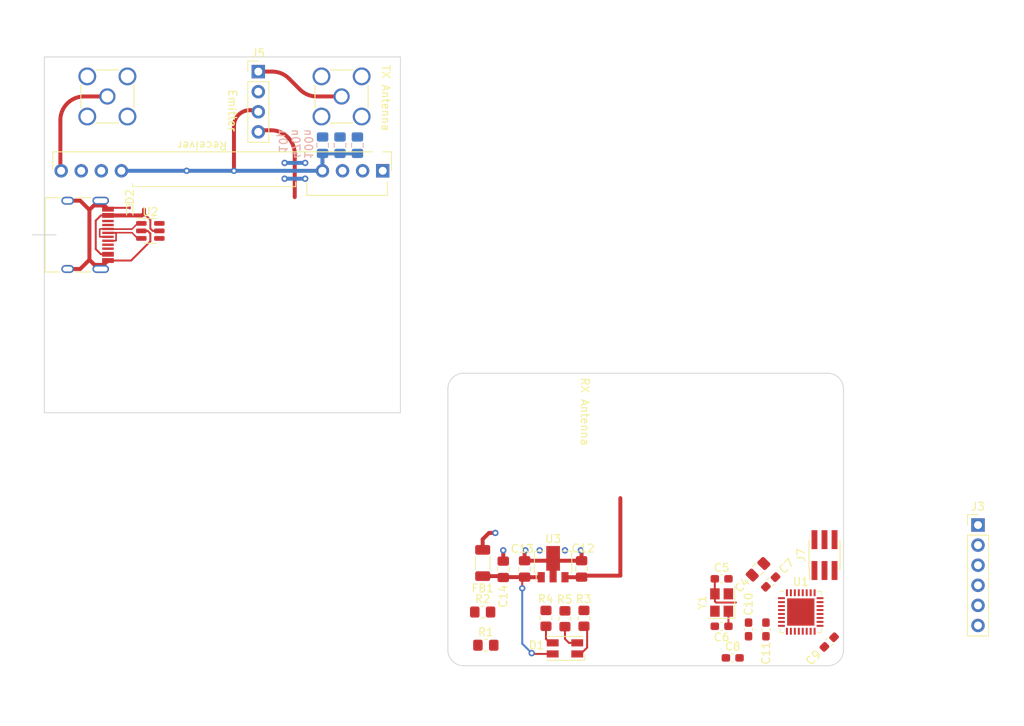
<source format=kicad_pcb>
(kicad_pcb (version 20211014) (generator pcbnew)
  (title_block (comment 4 "AISLER Project ID: LLYPCLWN"))
  (layers (0 "F.Cu" signal) (31 "B.Cu" signal) (34 "B.Paste" user) (35 "F.Paste" user) (36 "B.SilkS" user "B.Silkscreen") (37 "F.SilkS" user "F.Silkscreen") (38 "B.Mask" user) (39 "F.Mask" user) (44 "Edge.Cuts" user))
  (net 0 "")
  (net 1 "GND")
  (net 2 "+5V")
  (net 3 "+3.3V")
  (net 4 "/Rx_DER")
  (net 5 "/antenne")
  (net 6 "/Rx_DATA")
  (net 7 "/Tx_DATA")
  (net 8 "Net-(D1-Pad2)")
  (net 9 "+3.3VA")
  (net 20 "/USB_D-")
  (net 21 "/USB_D+")
  (net 22 "Net-(D1-Pad3)")
  (net 23 "Net-(D1-Pad4)")
  (net 27 "/SWDIO")
  (net 28 "/SWCLK")
  (net 29 "/USB & Power Supply/USB_C_D-")
  (net 30 "/USB & Power Supply/USB_C_D+")
  (net 31 "Net-(J6-PadB5)")
  (net 33 "Net-(J6-PadA5)")
  (net 35 "Net-(C5-Pad2)")
  (net 36 "Net-(C6-Pad2)")
  (net 37 "/~{RST}")
  (net 38 "Net-(J1-Pad1)")
  (net 39 "/BOOT0")
  (net 40 "Net-(R4-Pad2)")
  (net 41 "Net-(R5-Pad2)")
  (net 43 "/SWO")
  (footprint "Resistor_SMD:R_0805_2012Metric_Pad1.20x1.40mm_HandSolder" (layer "F.Cu") (at 108.4 96 90)
    (fp_text reference "R4" (at 2.45 -0.05) (layer "F.SilkS"))
    (fp_text value "30")
    (fp_line (start -0.227064 0.735) (end 0.227064 0.735) (layer "F.SilkS") (width 0.12))
    (fp_line (start -0.227064 -0.735) (end 0.227064 -0.735) (layer "F.SilkS") (width 0.12))
    (pad "1" smd roundrect locked (at -1 0 90) (size 1.2 1.4) (layers "F.Cu" "F.Paste" "F.Mask") (roundrect_rratio 0.2083333333) (net 8 "Net-(D1-Pad2)"))
    (pad "2" smd roundrect locked (at 1 0 90) (size 1.2 1.4) (layers "F.Cu" "F.Paste" "F.Mask") (roundrect_rratio 0.2083333333) (net 40 "Net-(R4-Pad2)"))
  )
  (footprint "Capacitor_SMD:C_0603_1608Metric_Pad1.08x0.95mm_HandSolder" (layer "F.Cu") (at 130.6 91 180)
    (fp_text reference "C5" (at 0 1.4) (layer "F.SilkS"))
    (fp_text value "10p")
    (fp_line (start -0.146267 -0.51) (end 0.146267 -0.51) (layer "F.SilkS") (width 0.12))
    (fp_line (start -0.146267 0.51) (end 0.146267 0.51) (layer "F.SilkS") (width 0.12))
    (pad "1" smd roundrect locked (at -0.8625 0 180) (size 1.075 0.95) (layers "F.Cu" "F.Paste" "F.Mask") (net 1 "GND"))
    (pad "2" smd roundrect locked (at 0.8625 0 180) (size 1.075 0.95) (layers "F.Cu" "F.Paste" "F.Mask") (net 35 "Net-(C5-Pad2)"))
  )
  (footprint "Connector_PinHeader_2.54mm:PinHeader_1x04_P2.54mm_Vertical" (layer "F.Cu") (at 72.043679 26.855)
    (fp_text reference "J5" (at 0 -2.33) (layer "F.SilkS"))
    (fp_text value "Tx")
    (fp_line (start -1.33 8.95) (end 1.33 8.95) (layer "F.SilkS") (width 0.12))
    (fp_line (start 1.33 1.27) (end 1.33 8.95) (layer "F.SilkS") (width 0.12))
    (fp_line (start -1.33 -1.33) (end 0 -1.33) (layer "F.SilkS") (width 0.12))
    (fp_line (start -1.33 0) (end -1.33 -1.33) (layer "F.SilkS") (width 0.12))
    (fp_line (start -1.33 1.27) (end -1.33 8.95) (layer "F.SilkS") (width 0.12))
    (fp_line (start -1.33 1.27) (end 1.33 1.27) (layer "F.SilkS") (width 0.12))
    (pad "1" thru_hole rect locked (at 0 0) (size 1.7 1.7) (drill 1) (layers *.Cu *.Mask) (net 38 "Net-(J1-Pad1)"))
    (pad "2" thru_hole oval locked (at 0 2.54) (size 1.7 1.7) (drill 1) (layers *.Cu *.Mask) (net 1 "GND"))
    (pad "3" thru_hole oval locked (at 0 5.08) (size 1.7 1.7) (drill 1) (layers *.Cu *.Mask) (net 2 "+5V"))
    (pad "4" thru_hole oval locked (at 0 7.62) (size 1.7 1.7) (drill 1) (layers *.Cu *.Mask) (net 7 "/Tx_DATA"))
  )
  (footprint "Capacitor_SMD:C_0603_1608Metric_Pad1.08x0.95mm_HandSolder" (layer "F.Cu") (at 134 97.4 -90)
    (fp_text reference "C10" (at -3.2 0 -90) (layer "F.SilkS"))
    (fp_text value "1u")
    (fp_line (start -0.146267 0.51) (end 0.146267 0.51) (layer "F.SilkS") (width 0.12))
    (fp_line (start -0.146267 -0.51) (end 0.146267 -0.51) (layer "F.SilkS") (width 0.12))
    (pad "1" smd roundrect locked (at -0.8625 0 270) (size 1.075 0.95) (layers "F.Cu" "F.Paste" "F.Mask") (net 9 "+3.3VA"))
    (pad "2" smd roundrect locked (at 0.8625 0 270) (size 1.075 0.95) (layers "F.Cu" "F.Paste" "F.Mask") (net 1 "GND"))
  )
  (footprint "Package_TO_SOT_SMD:SOT-89-3" (layer "F.Cu") (at 109.3 89.15 90)
    (fp_text reference "U3" (at 3.2 0) (layer "F.SilkS"))
    (fp_text value "LD2981ABU33TR")
    (fp_line (start -2.2 -2.13) (end -1.06 -2.13) (layer "F.SilkS") (width 0.12))
    (fp_line (start 1.66 1.05) (end 1.66 2.36) (layer "F.SilkS") (width 0.12))
    (fp_line (start -1.06 2.36) (end -1.06 2.13) (layer "F.SilkS") (width 0.12))
    (fp_line (start -1.06 -2.36) (end 1.66 -2.36) (layer "F.SilkS") (width 0.12))
    (fp_line (start 1.66 -2.36) (end 1.66 -1.05) (layer "F.SilkS") (width 0.12))
    (fp_line (start -1.06 -2.36) (end -1.06 -2.13) (layer "F.SilkS") (width 0.12))
    (fp_line (start 1.66 2.36) (end -1.06 2.36) (layer "F.SilkS") (width 0.12))
    (pad "1" smd rect locked (at -1.65 -1.5 90) (size 1.3 0.9) (layers "F.Cu" "F.Paste" "F.Mask") (net 3 "+3.3V"))
    (pad "2" smd custom locked (at -1.5625 0 90) (size 1.475 0.9) (layers "F.Cu" "F.Paste" "F.Mask") (net 1 "GND") (options (clearance outline) (anchor rect)) (primitives (gr_poly (pts (xy 3.8625 0.8665) (xy 0.7375 0.8665) (xy 0.7375 -0.8665) (xy 3.8625 -0.8665)) (width 0) (fill yes))))
    (pad "3" smd rect locked (at -1.65 1.5 90) (size 1.3 0.9) (layers "F.Cu" "F.Paste" "F.Mask") (net 2 "+5V"))
  )
  (footprint "Capacitor_SMD:C_0805_2012Metric_Pad1.18x1.45mm_HandSolder" (layer "F.Cu") (at 112.9 89.75 90)
    (fp_text reference "C12" (at 2.6 0.2) (layer "F.SilkS"))
    (fp_text value "2u")
    (fp_line (start -0.261252 0.735) (end 0.261252 0.735) (layer "F.SilkS") (width 0.12))
    (fp_line (start -0.261252 -0.735) (end 0.261252 -0.735) (layer "F.SilkS") (width 0.12))
    (pad "1" smd roundrect locked (at -1.0375 0 90) (size 1.175 1.45) (layers "F.Cu" "F.Paste" "F.Mask") (roundrect_rratio 0.2127659574) (net 2 "+5V"))
    (pad "2" smd roundrect locked (at 1.0375 0 90) (size 1.175 1.45) (layers "F.Cu" "F.Paste" "F.Mask") (roundrect_rratio 0.2127659574) (net 1 "GND"))
  )
  (footprint "Capacitor_SMD:C_0603_1608Metric_Pad1.08x0.95mm_HandSolder" (layer "F.Cu") (at 130.6 97)
    (fp_text reference "C6" (at 0 1.4) (layer "F.SilkS"))
    (fp_text value "10p")
    (fp_line (start -0.146267 0.51) (end 0.146267 0.51) (layer "F.SilkS") (width 0.12))
    (fp_line (start -0.146267 -0.51) (end 0.146267 -0.51) (layer "F.SilkS") (width 0.12))
    (pad "1" smd roundrect locked (at -0.8625 0) (size 1.075 0.95) (layers "F.Cu" "F.Paste" "F.Mask") (net 1 "GND"))
    (pad "2" smd roundrect locked (at 0.8625 0) (size 1.075 0.95) (layers "F.Cu" "F.Paste" "F.Mask") (net 36 "Net-(C6-Pad2)"))
  )
  (footprint "Capacitor_SMD:C_0805_2012Metric_Pad1.18x1.45mm_HandSolder" (layer "F.Cu") (at 105.7 89.75 90)
    (fp_text reference "C13" (at 2.55 -0.3 180) (layer "F.SilkS"))
    (fp_text value "3u3")
    (fp_line (start -0.261252 -0.735) (end 0.261252 -0.735) (layer "F.SilkS") (width 0.12))
    (fp_line (start -0.261252 0.735) (end 0.261252 0.735) (layer "F.SilkS") (width 0.12))
    (pad "1" smd roundrect locked (at -1.0375 0 90) (size 1.175 1.45) (layers "F.Cu" "F.Paste" "F.Mask") (roundrect_rratio 0.2127659574) (net 3 "+3.3V"))
    (pad "2" smd roundrect locked (at 1.0375 0 90) (size 1.175 1.45) (layers "F.Cu" "F.Paste" "F.Mask") (roundrect_rratio 0.2127659574) (net 1 "GND"))
  )
  (footprint "Connector_PinHeader_1.27mm:PinHeader_2x03_P1.27mm_Vertical_SMD" (layer "F.Cu") (at 143.6 88 90)
    (fp_text reference "J7" (at 0 -2.965 90) (layer "F.SilkS"))
    (fp_text value "SWD")
    (fp_line (start 1.765 1.9) (end 1.765 1.965) (layer "F.SilkS") (width 0.12))
    (fp_line (start -1.765 1.965) (end 1.765 1.965) (layer "F.SilkS") (width 0.12))
    (fp_line (start -1.765 -1.965) (end 1.765 -1.965) (layer "F.SilkS") (width 0.12))
    (fp_line (start -1.765 1.9) (end -1.765 1.965) (layer "F.SilkS") (width 0.12))
    (fp_line (start -1.765 -1.965) (end -1.765 -1.9) (layer "F.SilkS") (width 0.12))
    (fp_line (start -3.09 -1.9) (end -1.765 -1.9) (layer "F.SilkS") (width 0.12))
    (fp_line (start 1.765 -1.965) (end 1.765 -1.9) (layer "F.SilkS") (width 0.12))
    (pad "1" smd rect (at -1.95 -1.27 90) (size 2.4 0.74) (layers "F.Cu" "F.Paste" "F.Mask") (net 3 "+3.3V"))
    (pad "2" smd rect (at 1.95 -1.27 90) (size 2.4 0.74) (layers "F.Cu" "F.Paste" "F.Mask") (net 27 "/SWDIO"))
    (pad "3" smd rect (at -1.95 0 90) (size 2.4 0.74) (layers "F.Cu" "F.Paste" "F.Mask") (net 37 "/~{RST}"))
    (pad "4" smd rect (at 1.95 0 90) (size 2.4 0.74) (layers "F.Cu" "F.Paste" "F.Mask") (net 28 "/SWCLK"))
    (pad "5" smd rect (at -1.95 1.27 90) (size 2.4 0.74) (layers "F.Cu" "F.Paste" "F.Mask") (net 1 "GND"))
    (pad "6" smd rect (at 1.95 1.27 90) (size 2.4 0.74) (layers "F.Cu" "F.Paste" "F.Mask") (net 43 "/SWO"))
  )
  (footprint "Diode_SMD:D_SOD-923" (layer "F.Cu") (at 55.8 44.5 -90)
    (fp_text reference "D2" (at -1.8 0 90) (layer "F.SilkS"))
    (fp_text value "ESD9X5.0ST5G")
    (fp_line (start 0.5 0.4) (end -0.8 0.4) (layer "F.SilkS") (width 0.12))
    (fp_line (start -0.8 -0.4) (end -0.8 0.4) (layer "F.SilkS") (width 0.12))
    (fp_line (start 0.5 -0.4) (end -0.8 -0.4) (layer "F.SilkS") (width 0.12))
    (pad "1" smd rect locked (at -0.42 0 90) (size 0.36 0.25) (layers "F.Cu" "F.Paste" "F.Mask") (net 1 "GND"))
    (pad "2" smd rect locked (at 0.42 0 90) (size 0.36 0.25) (layers "F.Cu" "F.Paste" "F.Mask") (net 2 "+5V"))
  )
  (footprint "rf_components:RXB6" (layer "F.Cu") (at 87.768679 39.4 -90)
    (fp_text reference "J4" hide)
    (fp_text value "Rx")
    (fp_line (start 3.1 9.6) (end 3.1 -0.6) (layer "F.SilkS") (width 0.12))
    (fp_line (start 2 11) (end 1.4 11) (layer "F.SilkS") (width 0.12))
    (fp_line (start 3.1 -0.6) (end 1.4 -0.6) (layer "F.SilkS") (width 0.12))
    (fp_line (start -2.4 41.7) (end -2.4 1.27) (layer "F.SilkS") (width 0.12))
    (fp_line (start 3.1 9.6) (end 1.4 9.6) (layer "F.SilkS") (width 0.12))
    (fp_line (start -2.4 0) (end -2.4 -1.1) (layer "F.SilkS") (width 0.12))
    (fp_line (start 2 31.6) (end 1.6 31.6) (layer "F.SilkS") (width 0.12))
    (fp_line (start -2.4 41.7) (end -0.2 41.7) (layer "F.SilkS") (width 0.12))
    (fp_line (start -2.4 -1.1) (end 0 -1.1) (layer "F.SilkS") (width 0.12))
    (fp_line (start 2 11) (end 2 31.6) (layer "F.SilkS") (width 0.12))
    (pad "1" thru_hole rect (at 0 0 270) (size 1.7 1.7) (drill 1) (layers *.Cu *.Mask) (net 1 "GND"))
    (pad "2" thru_hole oval (at 0 2.54 270) (size 1.7 1.7) (drill 1) (layers *.Cu *.Mask) (net 6 "/Rx_DATA"))
    (pad "3" thru_hole oval (at 0 5.08 270) (size 1.7 1.7) (drill 1) (layers *.Cu *.Mask) (net 4 "/Rx_DER"))
    (pad "4" thru_hole oval (at 0 7.62 270) (size 1.7 1.7) (drill 1) (layers *.Cu *.Mask) (net 2 "+5V"))
    (pad "5" thru_hole oval (at 0 33.02 270) (size 1.7 1.7) (drill 1) (layers *.Cu *.Mask) (net 2 "+5V"))
    (pad "6" thru_hole oval (at 0 35.56 270) (size 1.7 1.7) (drill 1) (layers *.Cu *.Mask) (net 1 "GND"))
    (pad "7" thru_hole oval (at 0 38.1 270) (size 1.7 1.7) (drill 1) (layers *.Cu *.Mask) (net 1 "GND"))
    (pad "8" thru_hole oval (at 0 40.64 270) (size 1.7 1.7) (drill 1) (layers *.Cu *.Mask) (net 5 "/antenne"))
  )
  (footprint "Capacitor_SMD:C_0603_1608Metric_Pad1.08x0.95mm_HandSolder" (layer "F.Cu") (at 132 101)
    (fp_text reference "C8" (at 0 -1.43) (layer "F.SilkS"))
    (fp_text value "100n")
    (fp_line (start -0.146267 0.51) (end 0.146267 0.51) (layer "F.SilkS") (width 0.12))
    (fp_line (start -0.146267 -0.51) (end 0.146267 -0.51) (layer "F.SilkS") (width 0.12))
    (pad "1" smd roundrect locked (at -0.8625 0) (size 1.075 0.95) (layers "F.Cu" "F.Paste" "F.Mask") (net 1 "GND"))
    (pad "2" smd roundrect locked (at 0.8625 0) (size 1.075 0.95) (layers "F.Cu" "F.Paste" "F.Mask") (net 37 "/~{RST}"))
  )
  (footprint "Capacitor_SMD:C_0603_1608Metric_Pad1.08x0.95mm_HandSolder" (layer "F.Cu") (at 136.2 97.4 -90)
    (fp_text reference "C11" (at 3 0 -90) (layer "F.SilkS"))
    (fp_text value "10n")
    (fp_line (start -0.146267 0.51) (end 0.146267 0.51) (layer "F.SilkS") (width 0.12))
    (fp_line (start -0.146267 -0.51) (end 0.146267 -0.51) (layer "F.SilkS") (width 0.12))
    (pad "1" smd roundrect locked (at -0.8625 0 270) (size 1.075 0.95) (layers "F.Cu" "F.Paste" "F.Mask") (net 9 "+3.3VA"))
    (pad "2" smd roundrect locked (at 0.8625 0 270) (size 1.075 0.95) (layers "F.Cu" "F.Paste" "F.Mask") (net 1 "GND"))
  )
  (footprint "Resistor_SMD:R_0805_2012Metric_Pad1.20x1.40mm_HandSolder" (layer "F.Cu") (at 113.2 96 90)
    (fp_text reference "R3" (at 2.45 -0.05) (layer "F.SilkS"))
    (fp_text value "130")
    (fp_line (start -0.227064 -0.735) (end 0.227064 -0.735) (layer "F.SilkS") (width 0.12))
    (fp_line (start -0.227064 0.735) (end 0.227064 0.735) (layer "F.SilkS") (width 0.12))
    (pad "1" smd roundrect locked (at -1 0 90) (size 1.2 1.4) (layers "F.Cu" "F.Paste" "F.Mask") (roundrect_rratio 0.2083333333) (net 22 "Net-(D1-Pad3)"))
    (pad "2" smd roundrect locked (at 1 0 90) (size 1.2 1.4) (layers "F.Cu" "F.Paste" "F.Mask") (roundrect_rratio 0.2083333333) (net 1 "GND"))
  )
  (footprint "Connector_Coaxial:SMA_Amphenol_901-144_Vertical" (layer "F.Cu") (at 82.568679 30 -90)
    (fp_text reference "J1" hide)
    (fp_text value "TX Antenna")
    (fp_line (start -3.355 -1.45) (end -3.355 1.45) (layer "F.SilkS") (width 0.12))
    (fp_line (start -1.45 -3.355) (end 1.45 -3.355) (layer "F.SilkS") (width 0.12))
    (fp_line (start 3.355 -1.45) (end 3.355 1.45) (layer "F.SilkS") (width 0.12))
    (fp_line (start -1.45 3.355) (end 1.45 3.355) (layer "F.SilkS") (width 0.12))
    (pad "1" thru_hole circle (at 0 0 270) (size 2.05 2.05) (drill 1.5) (layers *.Cu *.Mask) (net 38 "Net-(J1-Pad1)"))
    (pad "2" thru_hole circle (at 2.54 2.54 270) (size 2.25 2.25) (drill 1.7) (layers *.Cu *.Mask) (net 1 "GND"))
    (pad "2" thru_hole circle (at -2.54 -2.54 270) (size 2.25 2.25) (drill 1.7) (layers *.Cu *.Mask) (net 1 "GND"))
    (pad "2" thru_hole circle (at 2.54 -2.54 270) (size 2.25 2.25) (drill 1.7) (layers *.Cu *.Mask) (net 1 "GND"))
    (pad "2" thru_hole circle (at -2.54 2.54 270) (size 2.25 2.25) (drill 1.7) (layers *.Cu *.Mask) (net 1 "GND"))
  )
  (footprint "Capacitor_SMD:C_0603_1608Metric_Pad1.08x0.95mm_HandSolder" (layer "F.Cu") (at 144.2 99 45)
    (fp_text reference "C9" (at -2.828427 0 45) (layer "F.SilkS"))
    (fp_text value "100n")
    (fp_line (start -0.146267 -0.51) (end 0.146267 -0.51) (layer "F.SilkS") (width 0.12))
    (fp_line (start -0.146267 0.51) (end 0.146267 0.51) (layer "F.SilkS") (width 0.12))
    (pad "1" smd roundrect locked (at -0.8625 0 45) (size 1.075 0.95) (layers "F.Cu" "F.Paste" "F.Mask") (net 3 "+3.3V"))
    (pad "2" smd roundrect locked (at 0.8625 0 45) (size 1.075 0.95) (layers "F.Cu" "F.Paste" "F.Mask") (net 1 "GND"))
  )
  (footprint "Resistor_SMD:R_0805_2012Metric_Pad1.20x1.40mm_HandSolder" (layer "F.Cu") (at 110.8 96.05 90)
    (fp_text reference "R5" (at 2.45 -0.05) (layer "F.SilkS"))
    (fp_text value "30")
    (fp_line (start -0.227064 -0.735) (end 0.227064 -0.735) (layer "F.SilkS") (width 0.12))
    (fp_line (start -0.227064 0.735) (end 0.227064 0.735) (layer "F.SilkS") (width 0.12))
    (pad "1" smd roundrect locked (at -1 0 90) (size 1.2 1.4) (layers "F.Cu" "F.Paste" "F.Mask") (roundrect_rratio 0.2083333333) (net 23 "Net-(D1-Pad4)"))
    (pad "2" smd roundrect locked (at 1 0 90) (size 1.2 1.4) (layers "F.Cu" "F.Paste" "F.Mask") (roundrect_rratio 0.2083333333) (net 41 "Net-(R5-Pad2)"))
  )
  (footprint "Resistor_SMD:R_0805_2012Metric_Pad1.20x1.40mm_HandSolder" (layer "F.Cu") (at 100.4 95.2)
    (fp_text reference "R2" (at 0 -1.65) (layer "F.SilkS"))
    (fp_text value "5k1")
    (fp_line (start -0.227064 0.735) (end 0.227064 0.735) (layer "F.SilkS") (width 0.12))
    (fp_line (start -0.227064 -0.735) (end 0.227064 -0.735) (layer "F.SilkS") (width 0.12))
    (pad "1" smd roundrect locked (at -1 0) (size 1.2 1.4) (layers "F.Cu" "F.Paste" "F.Mask") (roundrect_rratio 0.2083333333) (net 1 "GND"))
    (pad "2" smd roundrect locked (at 1 0) (size 1.2 1.4) (layers "F.Cu" "F.Paste" "F.Mask") (roundrect_rratio 0.2083333333) (net 31 "Net-(J6-PadB5)"))
  )
  (footprint "Inductor_SMD:L_1206_3216Metric_Pad1.22x1.90mm_HandSolder" (layer "F.Cu") (at 100.4 89 90)
    (fp_text reference "FB1" (at -3.2 0) (layer "F.SilkS"))
    (fp_text value "120R")
    (fp_line (start -0.835242 -0.91) (end 0.835242 -0.91) (layer "F.SilkS") (width 0.12))
    (fp_line (start -0.835242 0.91) (end 0.835242 0.91) (layer "F.SilkS") (width 0.12))
    (pad "1" smd roundrect locked (at -1.6625 0 90) (size 1.225 1.9) (layers "F.Cu" "F.Paste" "F.Mask") (roundrect_rratio 0.2040816327) (net 3 "+3.3V"))
    (pad "2" smd roundrect locked (at 1.6625 0 90) (size 1.225 1.9) (layers "F.Cu" "F.Paste" "F.Mask") (roundrect_rratio 0.2040816327) (net 9 "+3.3VA"))
  )
  (footprint "Capacitor_SMD:C_0805_2012Metric_Pad1.18x1.45mm_HandSolder" (layer "F.Cu") (at 135.2 89.8 45)
    (fp_text reference "C4" (at -2.828427 0 45) (layer "F.SilkS"))
    (fp_text value "4u7")
    (fp_line (start -0.261252 -0.735) (end 0.261252 -0.735) (layer "F.SilkS") (width 0.12))
    (fp_line (start -0.261252 0.735) (end 0.261252 0.735) (layer "F.SilkS") (width 0.12))
    (pad "1" smd roundrect locked (at -1.0375 0 45) (size 1.175 1.45) (layers "F.Cu" "F.Paste" "F.Mask") (roundrect_rratio 0.2127659574) (net 3 "+3.3V"))
    (pad "2" smd roundrect locked (at 1.0375 0 45) (size 1.175 1.45) (layers "F.Cu" "F.Paste" "F.Mask") (roundrect_rratio 0.2127659574) (net 1 "GND"))
  )
  (footprint "Package_DFN_QFN:QFN-32-1EP_5x5mm_P0.5mm_EP3.45x3.45mm" (layer "F.Cu") (at 140.6 95.2)
    (fp_text reference "U1" (at 0 -3.82) (layer "F.SilkS"))
    (fp_text value "STM32L412KBTx")
    (fp_line (start 2.135 -2.61) (end 2.61 -2.61) (layer "F.SilkS") (width 0.12))
    (fp_line (start 2.61 2.61) (end 2.61 2.135) (layer "F.SilkS") (width 0.12))
    (fp_line (start -2.135 -2.61) (end -2.61 -2.61) (layer "F.SilkS") (width 0.12))
    (fp_line (start 2.61 -2.61) (end 2.61 -2.135) (layer "F.SilkS") (width 0.12))
    (fp_line (start -2.61 2.61) (end -2.61 2.135) (layer "F.SilkS") (width 0.12))
    (fp_line (start -2.135 2.61) (end -2.61 2.61) (layer "F.SilkS") (width 0.12))
    (fp_line (start 2.135 2.61) (end 2.61 2.61) (layer "F.SilkS") (width 0.12))
    (pad "1" smd roundrect locked (at -2.4375 -1.75) (size 0.875 0.25) (layers "F.Cu" "F.Paste" "F.Mask") (net 3 "+3.3V"))
    (pad "2" smd roundrect locked (at -2.4375 -1.25) (size 0.875 0.25) (layers "F.Cu" "F.Paste" "F.Mask") (net 35 "Net-(C5-Pad2)"))
    (pad "3" smd roundrect locked (at -2.4375 -0.75) (size 0.875 0.25) (layers "F.Cu" "F.Paste" "F.Mask") (net 36 "Net-(C6-Pad2)"))
    (pad "4" smd roundrect locked (at -2.4375 -0.25) (size 0.875 0.25) (layers "F.Cu" "F.Paste" "F.Mask") (net 37 "/~{RST}"))
    (pad "5" smd roundrect locked (at -2.4375 0.25) (size 0.875 0.25) (layers "F.Cu" "F.Paste" "F.Mask") (net 9 "+3.3VA"))
    (pad "6" smd roundrect locked (at -2.4375 0.75) (size 0.875 0.25) (layers "F.Cu" "F.Paste" "F.Mask"))
    (pad "7" smd roundrect locked (at -2.4375 1.25) (size 0.875 0.25) (layers "F.Cu" "F.Paste" "F.Mask"))
    (pad "8" smd roundrect locked (at -2.4375 1.75) (size 0.875 0.25) (layers "F.Cu" "F.Paste" "F.Mask") (net 7 "/Tx_DATA"))
    (pad "9" smd roundrect locked (at -1.75 2.4375) (size 0.25 0.875) (layers "F.Cu" "F.Paste" "F.Mask") (net 6 "/Rx_DATA"))
    (pad "10" smd roundrect locked (at -1.25 2.4375) (size 0.25 0.875) (layers "F.Cu" "F.Paste" "F.Mask") (net 4 "/Rx_DER"))
    (pad "11" smd roundrect locked (at -0.75 2.4375) (size 0.25 0.875) (layers "F.Cu" "F.Paste" "F.Mask"))
    (pad "12" smd roundrect locked (at -0.25 2.4375) (size 0.25 0.875) (layers "F.Cu" "F.Paste" "F.Mask"))
    (pad "13" smd roundrect locked (at 0.25 2.4375) (size 0.25 0.875) (layers "F.Cu" "F.Paste" "F.Mask"))
    (pad "14" smd roundrect locked (at 0.75 2.4375) (size 0.25 0.875) (layers "F.Cu" "F.Paste" "F.Mask"))
    (pad "15" smd roundrect locked (at 1.25 2.4375) (size 0.25 0.875) (layers "F.Cu" "F.Paste" "F.Mask"))
    (pad "16" smd roundrect locked (at 1.75 2.4375) (size 0.25 0.875) (layers "F.Cu" "F.Paste" "F.Mask") (net 1 "GND"))
    (pad "17" smd roundrect locked (at 2.4375 1.75) (size 0.875 0.25) (layers "F.Cu" "F.Paste" "F.Mask") (net 3 "+3.3V"))
    (pad "18" smd roundrect locked (at 2.4375 1.25) (size 0.875 0.25) (layers "F.Cu" "F.Paste" "F.Mask"))
    (pad "19" smd roundrect locked (at 2.4375 0.75) (size 0.875 0.25) (layers "F.Cu" "F.Paste" "F.Mask"))
    (pad "20" smd roundrect locked (at 2.4375 0.25) (size 0.875 0.25) (layers "F.Cu" "F.Paste" "F.Mask"))
    (pad "21" smd roundrect locked (at 2.4375 -0.25) (size 0.875 0.25) (layers "F.Cu" "F.Paste" "F.Mask") (net 20 "/USB_D-"))
    (pad "22" smd roundrect locked (at 2.4375 -0.75) (size 0.875 0.25) (layers "F.Cu" "F.Paste" "F.Mask") (net 21 "/USB_D+"))
    (pad "23" smd roundrect locked (at 2.4375 -1.25) (size 0.875 0.25) (layers "F.Cu" "F.Paste" "F.Mask") (net 27 "/SWDIO"))
    (pad "24" smd roundrect locked (at 2.4375 -1.75) (size 0.875 0.25) (layers "F.Cu" "F.Paste" "F.Mask") (net 28 "/SWCLK"))
    (pad "25" smd roundrect locked (at 1.75 -2.4375) (size 0.25 0.875) (layers "F.Cu" "F.Paste" "F.Mask"))
    (pad "26" smd roundrect locked (at 1.25 -2.4375) (size 0.25 0.875) (layers "F.Cu" "F.Paste" "F.Mask") (net 43 "/SWO"))
    (pad "27" smd roundrect locked (at 0.75 -2.4375) (size 0.25 0.875) (layers "F.Cu" "F.Paste" "F.Mask"))
    (pad "28" smd roundrect locked (at 0.25 -2.4375) (size 0.25 0.875) (layers "F.Cu" "F.Paste" "F.Mask"))
    (pad "29" smd roundrect locked (at -0.25 -2.4375) (size 0.25 0.875) (layers "F.Cu" "F.Paste" "F.Mask") (net 40 "Net-(R4-Pad2)"))
    (pad "30" smd roundrect locked (at -0.75 -2.4375) (size 0.25 0.875) (layers "F.Cu" "F.Paste" "F.Mask") (net 41 "Net-(R5-Pad2)"))
    (pad "31" smd roundrect locked (at -1.25 -2.4375) (size 0.25 0.875) (layers "F.Cu" "F.Paste" "F.Mask") (net 39 "/BOOT0"))
    (pad "32" smd roundrect locked (at -1.75 -2.4375) (size 0.25 0.875) (layers "F.Cu" "F.Paste" "F.Mask") (net 1 "GND"))
    (pad "33" smd rect locked (at 0 0) (size 3.45 3.45) (layers "F.Cu" "F.Mask"))
  )
  (footprint "Connector_PinHeader_2.54mm:PinHeader_1x06_P2.54mm_Vertical" (layer "F.Cu") (at 163 84.2)
    (fp_text reference "J3" (at 0 -2.33) (layer "F.SilkS"))
    (fp_text value "SWD_Connector")
    (fp_line (start -1.33 -1.33) (end 0 -1.33) (layer "F.SilkS") (width 0.12))
    (fp_line (start -1.33 1.27) (end 1.33 1.27) (layer "F.SilkS") (width 0.12))
    (fp_line (start 1.33 1.27) (end 1.33 14.03) (layer "F.SilkS") (width 0.12))
    (fp_line (start -1.33 0) (end -1.33 -1.33) (layer "F.SilkS") (width 0.12))
    (fp_line (start -1.33 1.27) (end -1.33 14.03) (layer "F.SilkS") (width 0.12))
    (fp_line (start -1.33 14.03) (end 1.33 14.03) (layer "F.SilkS") (width 0.12))
    (pad "1" thru_hole rect (at 0 0) (size 1.7 1.7) (drill 1) (layers *.Cu *.Mask))
    (pad "2" thru_hole oval (at 0 2.54) (size 1.7 1.7) (drill 1) (layers *.Cu *.Mask) (net 28 "/SWCLK"))
    (pad "3" thru_hole oval (at 0 5.08) (size 1.7 1.7) (drill 1) (layers *.Cu *.Mask) (net 1 "GND"))
    (pad "4" thru_hole oval (at 0 7.62) (size 1.7 1.7) (drill 1) (layers *.Cu *.Mask) (net 27 "/SWDIO"))
    (pad "5" thru_hole oval (at 0 10.16) (size 1.7 1.7) (drill 1) (layers *.Cu *.Mask) (net 37 "/~{RST}"))
    (pad "6" thru_hole oval (at 0 12.7) (size 1.7 1.7) (drill 1) (layers *.Cu *.Mask) (net 43 "/SWO"))
  )
  (footprint "Connector_USB:USB_C_Receptacle_HRO_TYPE-C-31-M-12" (layer "F.Cu") (at 49 47.5 -90)
    (fp_text reference "J6" hide)
    (fp_text value "USB_C_Receptacle_USB2.0")
    (fp_line (start 4.7 2) (end 4.7 3.9) (layer "F.SilkS") (width 0.12))
    (fp_line (start -4.7 -1.9) (end -4.7 0.1) (layer "F.SilkS") (width 0.12))
    (fp_line (start -4.7 2) (end -4.7 3.9) (layer "F.SilkS") (width 0.12))
    (fp_line (start -4.7 3.9) (end 4.7 3.9) (layer "F.SilkS") (width 0.12))
    (fp_line (start 4.7 -1.9) (end 4.7 0.1) (layer "F.SilkS") (width 0.12))
    (pad "" np_thru_hole circle locked (at -2.89 -2.6 270) (size 0.65 0.65) (drill 0.65) (layers *.Cu *.Mask))
    (pad "" np_thru_hole circle locked (at 2.89 -2.6 270) (size 0.65 0.65) (drill 0.65) (layers *.Cu *.Mask))
    (pad "A1" smd rect locked (at -3.25 -4.045 270) (size 0.6 1.45) (layers "F.Cu" "F.Paste" "F.Mask") (net 1 "GND"))
    (pad "A4" smd rect locked (at -2.45 -4.045 270) (size 0.6 1.45) (layers "F.Cu" "F.Paste" "F.Mask") (net 2 "+5V"))
    (pad "A5" smd rect locked (at -1.25 -4.045 270) (size 0.3 1.45) (layers "F.Cu" "F.Paste" "F.Mask") (net 33 "Net-(J6-PadA5)"))
    (pad "A6" smd rect locked (at -0.25 -4.045 270) (size 0.3 1.45) (layers "F.Cu" "F.Paste" "F.Mask") (net 30 "/USB & Power Supply/USB_C_D+"))
    (pad "A7" smd rect locked (at 0.25 -4.045 270) (size 0.3 1.45) (layers "F.Cu" "F.Paste" "F.Mask") (net 29 "/USB & Power Supply/USB_C_D-"))
    (pad "A8" smd rect locked (at 1.25 -4.045 270) (size 0.3 1.45) (layers "F.Cu" "F.Paste" "F.Mask"))
    (pad "A9" smd rect locked (at 2.45 -4.045 270) (size 0.6 1.45) (layers "F.Cu" "F.Paste" "F.Mask") (net 2 "+5V"))
    (pad "A12" smd rect locked (at 3.25 -4.045 270) (size 0.6 1.45) (layers "F.Cu" "F.Paste" "F.Mask") (net 1 "GND"))
    (pad "B1" smd rect locked (at 3.25 -4.045 270) (size 0.6 1.45) (layers "F.Cu" "F.Paste" "F.Mask") (net 1 "GND"))
    (pad "B4" smd rect locked (at 2.45 -4.045 270) (size 0.6 1.45) (layers "F.Cu" "F.Paste" "F.Mask") (net 2 "+5V"))
    (pad "B5" smd rect locked (at 1.75 -4.045 270) (size 0.3 1.45) (layers "F.Cu" "F.Paste" "F.Mask") (net 31 "Net-(J6-PadB5)"))
    (pad "B6" smd rect locked (at 0.75 -4.045 270) (size 0.3 1.45) (layers "F.Cu" "F.Paste" "F.Mask") (net 30 "/USB & Power Supply/USB_C_D+"))
    (pad "B7" smd rect locked (at -0.75 -4.045 270) (size 0.3 1.45) (layers "F.Cu" "F.Paste" "F.Mask") (net 29 "/USB & Power Supply/USB_C_D-"))
    (pad "B8" smd rect locked (at -1.75 -4.045 270) (size 0.3 1.45) (layers "F.Cu" "F.Paste" "F.Mask"))
    (pad "B9" smd rect locked (at -2.45 -4.045 270) (size 0.6 1.45) (layers "F.Cu" "F.Paste" "F.Mask") (net 2 "+5V"))
    (pad "B12" smd rect locked (at -3.25 -4.045 270) (size 0.6 1.45) (layers "F.Cu" "F.Paste" "F.Mask") (net 1 "GND"))
    (pad "S1" thru_hole oval locked (at 4.32 1.05 270) (size 1 1.6) (drill oval 0.6 1.2) (layers *.Cu *.Mask) (net 1 "GND"))
    (pad "S1" thru_hole oval locked (at 4.32 -3.13 270) (size 1 2.1) (drill oval 0.6 1.7) (layers *.Cu *.Mask) (net 1 "GND"))
    (pad "S1" thru_hole oval locked (at -4.32 1.05 270) (size 1 1.6) (drill oval 0.6 1.2) (layers *.Cu *.Mask) (net 1 "GND"))
    (pad "S1" thru_hole oval locked (at -4.32 -3.13 270) (size 1 2.1) (drill oval 0.6 1.7) (layers *.Cu *.Mask) (net 1 "GND"))
  )
  (footprint "Resistor_SMD:R_0805_2012Metric_Pad1.20x1.40mm_HandSolder" (layer "F.Cu") (at 100.8 99.4)
    (fp_text reference "R1" (at 0 -1.65) (layer "F.SilkS"))
    (fp_text value "5k1")
    (fp_line (start -0.227064 0.735) (end 0.227064 0.735) (layer "F.SilkS") (width 0.12))
    (fp_line (start -0.227064 -0.735) (end 0.227064 -0.735) (layer "F.SilkS") (width 0.12))
    (pad "1" smd roundrect locked (at -1 0) (size 1.2 1.4) (layers "F.Cu" "F.Paste" "F.Mask") (roundrect_rratio 0.2083333333) (net 33 "Net-(J6-PadA5)"))
    (pad "2" smd roundrect locked (at 1 0) (size 1.2 1.4) (layers "F.Cu" "F.Paste" "F.Mask") (roundrect_rratio 0.2083333333) (net 1 "GND"))
  )
  (footprint "Connector_Coaxial:SMA_Amphenol_901-144_Vertical" (layer "F.Cu") (at 52.968679 30 -90)
    (fp_text reference "J2" hide)
    (fp_text value "RX Antenna")
    (fp_line (start 3.355 -1.45) (end 3.355 1.45) (layer "F.SilkS") (width 0.12))
    (fp_line (start -1.45 3.355) (end 1.45 3.355) (layer "F.SilkS") (width 0.12))
    (fp_line (start -3.355 -1.45) (end -3.355 1.45) (layer "F.SilkS") (width 0.12))
    (fp_line (start -1.45 -3.355) (end 1.45 -3.355) (layer "F.SilkS") (width 0.12))
    (pad "1" thru_hole circle (at 0 0 270) (size 2.05 2.05) (drill 1.5) (layers *.Cu *.Mask) (net 5 "/antenne"))
    (pad "2" thru_hole circle (at 2.54 -2.54 270) (size 2.25 2.25) (drill 1.7) (layers *.Cu *.Mask) (net 1 "GND"))
    (pad "2" thru_hole circle (at -2.54 2.54 270) (size 2.25 2.25) (drill 1.7) (layers *.Cu *.Mask) (net 1 "GND"))
    (pad "2" thru_hole circle (at 2.54 2.54 270) (size 2.25 2.25) (drill 1.7) (layers *.Cu *.Mask) (net 1 "GND"))
    (pad "2" thru_hole circle (at -2.54 -2.54 270) (size 2.25 2.25) (drill 1.7) (layers *.Cu *.Mask) (net 1 "GND"))
  )
  (footprint "Capacitor_SMD:C_0805_2012Metric_Pad1.18x1.45mm_HandSolder" (layer "F.Cu") (at 103 89.8 90)
    (fp_text reference "C14" (at -3.4 0 90) (layer "F.SilkS"))
    (fp_text value "1u")
    (fp_line (start -0.261252 0.735) (end 0.261252 0.735) (layer "F.SilkS") (width 0.12))
    (fp_line (start -0.261252 -0.735) (end 0.261252 -0.735) (layer "F.SilkS") (width 0.12))
    (pad "1" smd roundrect locked (at -1.0375 0 90) (size 1.175 1.45) (layers "F.Cu" "F.Paste" "F.Mask") (roundrect_rratio 0.2127659574) (net 3 "+3.3V"))
    (pad "2" smd roundrect locked (at 1.0375 0 90) (size 1.175 1.45) (layers "F.Cu" "F.Paste" "F.Mask") (roundrect_rratio 0.2127659574) (net 1 "GND"))
  )
  (footprint "Package_TO_SOT_SMD:SOT-23-6" (layer "F.Cu") (at 58.4 47)
    (fp_text reference "U2" (at 0 -2.4) (layer "F.SilkS"))
    (fp_text value "USBLC6-2SC6")
    (fp_line (start 0 1.56) (end 0.8 1.56) (layer "F.SilkS") (width 0.12))
    (fp_line (start 0 1.56) (end -0.8 1.56) (layer "F.SilkS") (width 0.12))
    (fp_line (start 0 -1.56) (end 0.8 -1.56) (layer "F.SilkS") (width 0.12))
    (fp_line (start 0 -1.56) (end -1.8 -1.56) (layer "F.SilkS") (width 0.12))
    (pad "1" smd roundrect locked (at -1.1375 -0.95) (size 1.325 0.6) (layers "F.Cu" "F.Paste" "F.Mask") (net 29 "/USB & Power Supply/USB_C_D-"))
    (pad "2" smd roundrect locked (at -1.1375 0) (size 1.325 0.6) (layers "F.Cu" "F.Paste" "F.Mask") (net 1 "GND"))
    (pad "3" smd roundrect locked (at -1.1375 0.95) (size 1.325 0.6) (layers "F.Cu" "F.Paste" "F.Mask") (net 30 "/USB & Power Supply/USB_C_D+"))
    (pad "4" smd roundrect locked (at 1.1375 0.95) (size 1.325 0.6) (layers "F.Cu" "F.Paste" "F.Mask") (net 21 "/USB_D+"))
    (pad "5" smd roundrect locked (at 1.1375 0) (size 1.325 0.6) (layers "F.Cu" "F.Paste" "F.Mask") (net 2 "+5V"))
    (pad "6" smd roundrect locked (at 1.1375 -0.95) (size 1.325 0.6) (layers "F.Cu" "F.Paste" "F.Mask") (net 20 "/USB_D-"))
  )
  (footprint "Crystal:Crystal_SMD_Abracon_ABM8G-4Pin_3.2x2.5mm" (layer "F.Cu") (at 130.6 94 90)
    (fp_text reference "Y1" (at 0 -2.45 90) (layer "F.SilkS"))
    (fp_text value "16M")
    (fp_line (start -2 1.65) (end 2 1.65) (layer "F.SilkS") (width 0.12))
    (fp_line (start -2 -1.65) (end -2 1.65) (layer "F.SilkS") (width 0.12))
    (pad "1" smd rect locked (at -1.1 0.85 90) (size 1.4 1.2) (layers "F.Cu" "F.Paste" "F.Mask") (net 36 "Net-(C6-Pad2)"))
    (pad "2" smd rect locked (at 1.1 0.85 90) (size 1.4 1.2) (layers "F.Cu" "F.Paste" "F.Mask") (net 1 "GND"))
    (pad "3" smd rect locked (at 1.1 -0.85 90) (size 1.4 1.2) (layers "F.Cu" "F.Paste" "F.Mask") (net 35 "Net-(C5-Pad2)"))
    (pad "4" smd rect locked (at -1.1 -0.85 90) (size 1.4 1.2) (layers "F.Cu" "F.Paste" "F.Mask") (net 1 "GND"))
  )
  (footprint "LED_SMD:LED_RGB_Wuerth-PLCC4_3.2x2.8mm_150141M173100" (layer "F.Cu") (at 110.8 99.8 180)
    (fp_text reference "D1" (at 3.6 0.4) (layer "F.SilkS"))
    (fp_text value "LED_AGRB")
    (fp_line (start -2.3 1.51) (end 2.3 1.51) (layer "F.SilkS") (width 0.12))
    (fp_line (start -2.5 -0.7) (end -2.5 -1.51) (layer "F.SilkS") (width 0.12))
    (fp_line (start -2.5 -1.51) (end 2.3 -1.51) (layer "F.SilkS") (width 0.12))
    (pad "1" smd rect locked (at 1.55 -0.7 180) (size 1.5 0.9) (layers "F.Cu" "F.Paste" "F.Mask") (net 3 "+3.3V"))
    (pad "2" smd rect locked (at 1.55 0.7 180) (size 1.5 0.9) (layers "F.Cu" "F.Paste" "F.Mask") (net 8 "Net-(D1-Pad2)"))
    (pad "3" smd rect locked (at -1.55 -0.7 180) (size 1.5 0.9) (layers "F.Cu" "F.Paste" "F.Mask") (net 22 "Net-(D1-Pad3)"))
    (pad "4" smd rect locked (at -1.55 0.7 180) (size 1.5 0.9) (layers "F.Cu" "F.Paste" "F.Mask") (net 23 "Net-(D1-Pad4)"))
  )
  (footprint "Capacitor_SMD:C_0603_1608Metric_Pad1.08x0.95mm_HandSolder" (layer "F.Cu") (at 136.8 91.4 45)
    (fp_text reference "C7" (at 2.828427 0 45) (layer "F.SilkS"))
    (fp_text value "100n")
    (fp_line (start -0.146267 0.51) (end 0.146267 0.51) (layer "F.SilkS") (width 0.12))
    (fp_line (start -0.146267 -0.51) (end 0.146267 -0.51) (layer "F.SilkS") (width 0.12))
    (pad "1" smd roundrect locked (at -0.8625 0 45) (size 1.075 0.95) (layers "F.Cu" "F.Paste" "F.Mask") (net 3 "+3.3V"))
    (pad "2" smd roundrect locked (at 0.8625 0 45) (size 1.075 0.95) (layers "F.Cu" "F.Paste" "F.Mask") (net 1 "GND"))
  )
  (footprint "Capacitor_SMD:C_0805_2012Metric_Pad1.18x1.45mm_HandSolder" (layer "B.Cu") (at 82.368679 36.1625 90)
    (fp_text reference "C2" hide)
    (fp_text value "470n")
    (fp_line (start -0.261252 -0.735) (end 0.261252 -0.735) (layer "B.SilkS") (width 0.12))
    (fp_line (start -0.261252 0.735) (end 0.261252 0.735) (layer "B.SilkS") (width 0.12))
    (pad "1" smd roundrect (at -1.0375 0 90) (size 1.175 1.45) (layers "B.Cu" "B.Paste" "B.Mask") (roundrect_rratio 0.2127659574) (net 2 "+5V"))
    (pad "2" smd roundrect (at 1.0375 0 90) (size 1.175 1.45) (layers "B.Cu" "B.Paste" "B.Mask") (roundrect_rratio 0.2127659574) (net 1 "GND"))
  )
  (footprint "Capacitor_SMD:C_0805_2012Metric_Pad1.18x1.45mm_HandSolder" (layer "B.Cu") (at 80.168679 36.1625 90)
    (fp_text reference "C3" hide)
    (fp_text value "10u")
    (fp_line (start -0.261252 -0.735) (end 0.261252 -0.735) (layer "B.SilkS") (width 0.12))
    (fp_line (start -0.261252 0.735) (end 0.261252 0.735) (layer "B.SilkS") (width 0.12))
    (pad "1" smd roundrect (at -1.0375 0 90) (size 1.175 1.45) (layers "B.Cu" "B.Paste" "B.Mask") (roundrect_rratio 0.2127659574) (net 2 "+5V"))
    (pad "2" smd roundrect (at 1.0375 0 90) (size 1.175 1.45) (layers "B.Cu" "B.Paste" "B.Mask") (roundrect_rratio 0.2127659574) (net 1 "GND"))
  )
  (footprint "Capacitor_SMD:C_0805_2012Metric_Pad1.18x1.45mm_HandSolder" (layer "B.Cu") (at 84.568679 36.1625 90)
    (fp_text reference "C1" hide)
    (fp_text value "100n")
    (fp_line (start -0.261252 -0.735) (end 0.261252 -0.735) (layer "B.SilkS") (width 0.12))
    (fp_line (start -0.261252 0.735) (end 0.261252 0.735) (layer "B.SilkS") (width 0.12))
    (pad "1" smd roundrect (at -1.0375 0 90) (size 1.175 1.45) (layers "B.Cu" "B.Paste" "B.Mask") (roundrect_rratio 0.2127659574) (net 2 "+5V"))
    (pad "2" smd roundrect (at 1.0375 0 90) (size 1.175 1.45) (layers "B.Cu" "B.Paste" "B.Mask") (roundrect_rratio 0.2127659574) (net 1 "GND"))
  )
  (gr_line (start 98 102) (end 144 102) (layer "Edge.Cuts") (width 0.1))
  (gr_line (start 146 100) (end 146 67) (layer "Edge.Cuts") (width 0.1))
  (gr_arc (start 98 102) (mid 96.585786 101.414214) (end 96 100) (layer "Edge.Cuts") (width 0.1))
  (gr_arc (start 96 67) (mid 96.585786 65.585786) (end 98 65) (layer "Edge.Cuts") (width 0.1))
  (gr_line (start 144 65) (end 98 65) (layer "Edge.Cuts") (width 0.1))
  (gr_line (start 45 25) (end 90 25) (layer "Edge.Cuts") (width 0.1))
  (gr_line (start 45 70) (end 45 25) (layer "Edge.Cuts") (width 0.1))
  (gr_arc (start 146 100) (mid 145.414214 101.414214) (end 144 102) (layer "Edge.Cuts") (width 0.1))
  (gr_line (start 96 67) (end 96 100) (layer "Edge.Cuts") (width 0.1))
  (gr_line (start 90 70) (end 45 70) (layer "Edge.Cuts") (width 0.1))
  (gr_line (start 90 25) (end 90 70) (layer "Edge.Cuts") (width 0.1))
  (gr_arc (start 144 65) (mid 145.414214 65.585786) (end 146 67) (layer "Edge.Cuts") (width 0.1))
  (gr_text "100n\n470n\n 10µ" (at 76.768679 36 270) (layer "B.SilkS") (effects (font (size 1 1)) (justify mirror)))
  (gr_text "Receiver" (at 64.968679 36.2 180) (layer "F.SilkS") (effects (font (size 1 1))))
  (gr_text "RX Antenna" (at 113.325 69.865 270) (layer "F.SilkS") (effects (font (size 1 1))))
  (gr_text "TX Antenna" (at 88.168679 30.2 270) (layer "F.SilkS") (effects (font (size 1 1))))
  (gr_text "Emitter" (at 68.768679 31.8 270) (layer "F.SilkS") (effects (font (size 1 1))))
  (dimension (type center) (layer "Edge.Cuts") (pts (xy 45 47.5) (xy 45 49)) (style (thickness 0.1) (arrow_length 1.27) (text_position_mode 0) (extension_offset 0.5) keep_text_aligned))
  (segment (start 105.7 88.7125) (end 112.9 88.7125) (width 0.5) (layer "F.Cu") (net 1))
  (segment (start 55.973036 50.75) (end 58.4 48.323036) (width 0.25) (layer "F.Cu") (net 1))
  (segment (start 50.7 44.34395) (end 50.7 50.65605) (width 0.5) (layer "F.Cu") (net 1))
  (segment (start 47.95 51.82) (end 49.53605 51.82) (width 0.5) (layer "F.Cu") (net 1))
  (segment (start 53.045 50.75) (end 55.973036 50.75) (width 0.25) (layer "F.Cu") (net 1))
  (segment (start 55.8 44.08) (end 53.215 44.08) (width 0.25) (layer "F.Cu") (net 1))
  (segment (start 53.045 44.25) (end 52.580479 43.785479) (width 0.5) (layer "F.Cu") (net 1))
  (segment (start 51.34395 51.3) (end 52.495 51.3) (width 0.5) (layer "F.Cu") (net 1))
  (segment (start 103 88.7625) (end 103 87.4) (width 0.5) (layer "F.Cu") (net 1))
  (segment (start 49.53605 51.82) (end 50.7 50.65605) (width 0.5) (layer "F.Cu") (net 1))
  (segment (start 58.064282 47) (end 57.2625 47) (width 0.25) (layer "F.Cu") (net 1))
  (segment (start 105.7 88.7125) (end 105.7 87.5) (width 0.5) (layer "F.Cu") (net 1))
  (segment (start 52.495 51.3) (end 53.045 50.75) (width 0.5) (layer "F.Cu") (net 1))
  (segment (start 50.7 50.65605) (end 51.34395 51.3) (width 0.5) (layer "F.Cu") (net 1))
  (segment (start 58.4 47.335718) (end 58.064282 47) (width 0.25) (layer "F.Cu") (net 1))
  (segment (start 58.4 48.323036) (end 58.4 47.335718) (width 0.25) (layer "F.Cu") (net 1))
  (segment (start 47.95 43.18) (end 49.53605 43.18) (width 0.5) (layer "F.Cu") (net 1))
  (segment (start 112.9 88.7125) (end 112.9 87.5) (width 0.5) (layer "F.Cu") (net 1))
  (segment (start 51.258471 43.785479) (end 50.7 44.34395) (width 0.5) (layer "F.Cu") (net 1))
  (segment (start 49.53605 43.18) (end 50.7 44.34395) (width 0.5) (layer "F.Cu") (net 1))
  (segment (start 112.9 87.5) (end 112.8 87.4) (width 0.5) (layer "F.Cu") (net 1))
  (segment (start 52.580479 43.785479) (end 51.258471 43.785479) (width 0.5) (layer "F.Cu") (net 1))
  (segment (start 105.7 87.5) (end 105.8 87.4) (width 0.5) (layer "F.Cu") (net 1))
  (via (at 110.8 87.4) (size 0.8) (drill 0.4) (layers "F.Cu" "B.Cu") (net 1))
  (via (at 77.968679 38.4) (size 0.8) (drill 0.4) (layers "F.Cu" "B.Cu") (net 1))
  (via (at 77.968679 40.4) (size 0.8) (drill 0.4) (layers "F.Cu" "B.Cu") (net 1))
  (via (at 75.368679 38.4) (size 0.8) (drill 0.4) (layers "F.Cu" "B.Cu") (net 1))
  (via (at 112.8 87.4) (size 0.8) (drill 0.4) (layers "F.Cu" "B.Cu") (net 1))
  (via (at 107.6 87.4) (size 0.8) (drill 0.4) (layers "F.Cu" "B.Cu") (net 1))
  (via (at 103 87.4) (size 0.8) (drill 0.4) (layers "F.Cu" "B.Cu") (net 1))
  (via (at 105.8 87.4) (size 0.8) (drill 0.4) (layers "F.Cu" "B.Cu") (net 1))
  (via (at 75.368679 40.4) (size 0.8) (drill 0.4) (layers "F.Cu" "B.Cu") (net 1))
  (segment (start 77.968679 38.4) (end 75.368679 38.4) (width 0.5) (layer "B.Cu") (net 1))
  (segment (start 75.368679 40.4) (end 77.968679 40.4) (width 0.5) (layer "B.Cu") (net 1))
  (segment (start 57.85 45.034022) (end 57.6 44.784022) (width 0.25) (layer "F.Cu") (net 2))
  (segment (start 117.8 90.6) (end 113.0875 90.6) (width 0.5) (layer "F.Cu") (net 2))
  (segment (start 51.5 49.300727) (end 52.149273 49.95) (width 0.25) (layer "F.Cu") (net 2))
  (segment (start 53.045 45.05) (end 52.149273 45.05) (width 0.25) (layer "F.Cu") (net 2))
  (segment (start 63.043679 39.455) (end 62.988679 39.4) (width 0.5) (layer "F.Cu") (net 2))
  (segment (start 57.85 45.05) (end 58.4 45.6) (width 0.25) (layer "F.Cu") (net 2))
  (segment (start 110.8 90.8) (end 112.8875 90.8) (width 0.5) (layer "F.Cu") (net 2))
  (segment (start 70.968679 31.735) (end 72.043679 31.735) (width 0.5) (layer "F.Cu") (net 2))
  (segment (start 58.4 45.6) (end 58.4 46.7) (width 0.25) (layer "F.Cu") (net 2))
  (segment (start 57.334022 45.05) (end 57.6 44.784022) (width 0.5) (layer "F.Cu") (net 2))
  (segment (start 117.8 90.6) (end 117.8 80.8) (width 0.5) (layer "F.Cu") (net 2))
  (segment (start 68.968679 39.4) (end 68.968679 33.735) (width 0.5) (layer "F.Cu") (net 2))
  (segment (start 52.149273 45.05) (end 51.5 45.699273) (width 0.25) (layer "F.Cu") (net 2))
  (segment (start 57.85 45.05) (end 57.85 45.034022) (width 0.25) (layer "F.Cu") (net 2))
  (segment (start 57.334022 45.05) (end 57.85 45.05) (width 0.25) (layer "F.Cu") (net 2))
  (segment (start 58.4 46.7) (end 58.7 47) (width 0.25) (layer "F.Cu") (net 2))
  (segment (start 53.045 45.05) (end 57.334022 45.05) (width 0.5) (layer "F.Cu") (net 2))
  (segment (start 57.6 44.784022) (end 57.6 44.3) (width 0.5) (layer "F.Cu") (net 2))
  (segment (start 52.149273 49.95) (end 53.045 49.95) (width 0.25) (layer "F.Cu") (net 2))
  (segment (start 51.5 45.699273) (end 51.5 49.300727) (width 0.25) (layer "F.Cu") (net 2))
  (segment (start 58.7 47) (end 59.5375 47) (width 0.25) (layer "F.Cu") (net 2))
  (segment (start 55.8 45.12) (end 53.115 45.12) (width 0.25) (layer "F.Cu") (net 2))
  (via (at 68.968679 39.4) (size 0.8) (drill 0.4) (layers "F.Cu" "B.Cu") (net 2))
  (via (at 62.988679 39.4) (size 0.8) (drill 0.4) (layers "F.Cu" "B.Cu") (net 2))
  (arc (start 70.968679 31.735) (mid 69.554465 32.320786) (end 68.968679 33.735) (width 0.5) (layer "F.Cu") (net 2))
  (segment (start 80.148679 39.4) (end 62.988679 39.4) (width 0.5) (layer "B.Cu") (net 2))
  (segment (start 82.368679 37.2) (end 84.568679 37.2) (width 0.5) (layer "B.Cu") (net 2))
  (segment (start 80.168679 37.2) (end 82.368679 37.2) (width 0.5) (layer "B.Cu") (net 2))
  (segment (start 62.988679 39.4) (end 54.748679 39.4) (width 0.5) (layer "B.Cu") (net 2))
  (segment (start 80.148679 39.4) (end 80.148679 37.22) (width 0.5) (layer "B.Cu") (net 2))
  (segment (start 107.8 90.8) (end 105.7125 90.8) (width 0.5) (layer "F.Cu") (net 3))
  (segment (start 106.7 100.5) (end 109.25 100.5) (width 0.25) (layer "F.Cu") (net 3))
  (segment (start 106.6 100.4) (end 106.7 100.5) (width 0.25) (layer "F.Cu") (net 3))
  (segment (start 105.4 92.2) (end 105.4 91.0875) (width 0.25) (layer "F.Cu") (net 3))
  (segment (start 105.7 90.7875) (end 103.05 90.7875) (width 0.5) (layer "F.Cu") (net 3))
  (segment (start 100.4 90.6625) (end 102.825 90.6625) (width 0.5) (layer "F.Cu") (net 3))
  (via (at 106.6 100.4) (size 0.8) (drill 0.4) (layers "F.Cu" "B.Cu") (net 3))
  (via (at 105.4 92.2) (size 0.8) (drill 0.4) (layers "F.Cu" "B.Cu") (net 3))
  (segment (start 105.4 99.2) (end 106.6 100.4) (width 0.25) (layer "B.Cu") (net 3))
  (segment (start 105.4 99.2) (end 105.4 92.2) (width 0.25) (layer "B.Cu") (net 3))
  (segment (start 50.028679 30) (end 52.968679 30) (width 0.5) (layer "F.Cu") (net 5))
  (segment (start 47.028679 39.3) (end 47.028679 33) (width 0.5) (layer "F.Cu") (net 5))
  (arc (start 47.028679 33) (mid 47.907359 30.87868) (end 50.028679 30) (width 0.5) (layer "F.Cu") (net 5))
  (segment (start 73.648679 34.275) (end 72.043679 34.275) (width 0.5) (layer "F.Cu") (net 7))
  (segment (start 76.648679 42.73) (end 76.648679 37.275) (width 0.5) (layer "F.Cu") (net 7))
  (arc (start 73.648679 34.275) (mid 75.769999 35.15368) (end 76.648679 37.275) (width 0.5) (layer "F.Cu") (net 7))
  (segment (start 108.4 97) (end 108.4 98.6) (width 0.25) (layer "F.Cu") (net 8))
  (segment (start 108.4 98.6) (end 108.9 99.1) (width 0.25) (layer "F.Cu") (net 8))
  (segment (start 100.4 87.3375) (end 100.4 86) (width 0.5) (layer "F.Cu") (net 9))
  (segment (start 101.2 85.2) (end 102 85.2) (width 0.5) (layer "F.Cu") (net 9))
  (segment (start 100.4 86) (end 101.2 85.2) (width 0.5) (layer "F.Cu") (net 9))
  (via (at 102 85.2) (size 0.8) (drill 0.4) (layers "F.Cu" "B.Cu") (net 9))
  (segment (start 113.6 97.4) (end 113.6 99.699022) (width 0.25) (layer "F.Cu") (net 22))
  (segment (start 113.6 99.699022) (end 112.799022 100.5) (width 0.25) (layer "F.Cu") (net 22))
  (segment (start 111.3 99.1) (end 110.8 98.6) (width 0.25) (layer "F.Cu") (net 23))
  (segment (start 112.35 99.1) (end 111.3 99.1) (width 0.25) (layer "F.Cu") (net 23))
  (segment (start 110.8 98.6) (end 110.8 97.05) (width 0.25) (layer "F.Cu") (net 23))
  (segment (start 56.074999 46.774999) (end 53.75 46.775) (width 0.2) (layer "F.Cu") (net 29))
  (segment (start 52 47.7) (end 52.05 47.75) (width 0.2) (layer "F.Cu") (net 29))
  (segment (start 56.799998 46.05) (end 56.074999 46.774999) (width 0.2) (layer "F.Cu") (net 29))
  (segment (start 52.070978 46.75) (end 52 46.820978) (width 0.2) (layer "F.Cu") (net 29))
  (segment (start 52 46.820978) (end 52 47.7) (width 0.2) (layer "F.Cu") (net 29))
  (segment (start 52.05 47.75) (end 53.045 47.75) (width 0.2) (layer "F.Cu") (net 29))
  (segment (start 53.045 46.75) (end 52.070978 46.75) (width 0.2) (layer "F.Cu") (net 29))
  (segment (start 56.074999 47.225001) (end 53.75 47.225) (width 0.2) (layer "F.Cu") (net 30))
  (segment (start 54.019022 47.25) (end 54.069511 47.300489) (width 0.2) (layer "F.Cu") (net 30))
  (segment (start 53.045 47.25) (end 54.019022 47.25) (width 0.2) (layer "F.Cu") (net 30))
  (segment (start 56.799998 47.95) (end 56.074999 47.225001) (width 0.2) (layer "F.Cu") (net 30))
  (segment (start 54.069511 48.199511) (end 54.019022 48.25) (width 0.2) (layer "F.Cu") (net 30))
  (segment (start 54.069511 47.300489) (end 54.069511 48.199511) (width 0.2) (layer "F.Cu") (net 30))
  (segment (start 54.019022 48.25) (end 53.045 48.25) (width 0.2) (layer "F.Cu") (net 30))
  (segment (start 129.7375 91) (end 129.7375 92.8875) (width 0.25) (layer "F.Cu") (net 35))
  (segment (start 129.75 92.9) (end 129.75 93.85) (width 0.25) (layer "F.Cu") (net 35))
  (segment (start 129.75 93.85) (end 129.9 94) (width 0.25) (layer "F.Cu") (net 35))
  (segment (start 129.9 94) (end 132.4 94) (width 0.25) (layer "F.Cu") (net 35))
  (segment (start 131.4625 97) (end 131.4625 95.1125) (width 0.25) (layer "F.Cu") (net 36))
  (segment (start 82.568679 30) (end 79.43132 30) (width 0.5) (layer "F.Cu") (net 38))
  (segment (start 77.309999 29.12132) (end 75.922358 27.733679) (width 0.5) (layer "F.Cu") (net 38))
  (segment (start 73.801038 26.855) (end 72.043679 26.855) (width 0.5) (layer "F.Cu") (net 38))
  (arc (start 77.309999 29.12132) (mid 78.283269 29.771639) (end 79.43132 30) (width 0.5) (layer "F.Cu") (net 38))
  (arc (start 75.922358 27.733679) (mid 74.949088 27.083361) (end 73.801038 26.855) (width 0.5) (layer "F.Cu") (net 38))
)
</source>
